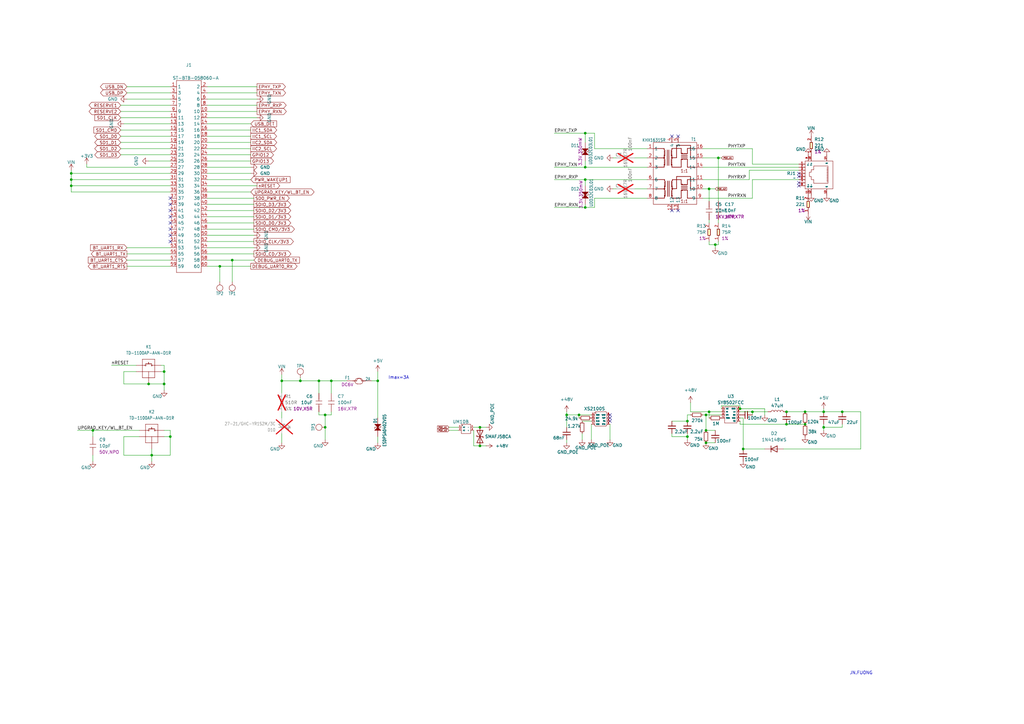
<source format=kicad_sch>
(kicad_sch (version 20231120) (generator "eeschema") (generator_version "8.0")
  (paper "A3")
  (lib_symbols
    (symbol "Connector:R-RJ45S08P-C000"
      (property "Reference" "RJ1" (at 5.0799 -15.24 90))
      (property "Value" "~" (at 6.985 -15.24 90))
      (symbol "R-RJ45S08P-C000_1_1"
        (pin free line (at 1.27 -13.97 90) (length 2.54) (name "") (number "1"))
        (pin free line (at -2.54 -8.89 0) (length 2.54) (name "Y+") (number "10"))
        (pin free line (at 13.97 -10.16 180) (length 2.54) (name "G+") (number "11"))
        (pin free line (at 13.97 -8.89 180) (length 2.54) (name "G-") (number "12"))
        (pin free line (at 13.97 -2.54 180) (length 2.54) (name "S") (number "13"))
        (pin free line (at -2.54 -2.54 0) (length 2.54) (name "S") (number "14"))
        (pin free line (at 2.54 -13.97 90) (length 2.54) (name "") (number "2"))
        (pin free line (at 3.81 -13.97 90) (length 2.54) (name "") (number "3"))
        (pin free line (at 5.08 -13.97 90) (length 2.54) (name "") (number "4"))
        (pin free line (at 6.35 -13.97 90) (length 2.54) (name "") (number "5"))
        (pin free line (at 7.62 -13.97 90) (length 2.54) (name "") (number "6"))
        (pin free line (at 8.89 -13.97 90) (length 2.54) (name "") (number "7"))
        (pin free line (at 10.16 -13.97 90) (length 2.54) (name "") (number "8"))
        (pin free line (at -2.54 -10.16 0) (length 2.54) (name "Y-") (number "9"))
      )
    )
    (symbol "Device:C_Small" (pin_numbers hide) (pin_names (offset 0.254) hide)
      (property "Reference" "C" (at 0.254 1.778 0))
      (property "Value" "C_Small" (at 0.254 -2.032 0))
      (symbol "C_Small_1_1"
        (pin passive line (at 0 2.54 270) (length 2.032) (name "~") (number "1"))
        (pin passive line (at 0 -2.54 90) (length 2.032) (name "~") (number "2"))
      )
    )
    (symbol "Device:L" (pin_numbers hide) (pin_names (offset 1.016) hide)
      (property "Reference" "L" (at -1.27 0 90))
      (property "Value" "L" (at 1.905 0 90))
      (symbol "L_1_1"
        (pin passive line (at 0 3.81 270) (length 1.27) (name "1") (number "1"))
        (pin passive line (at 0 -3.81 90) (length 1.27) (name "2") (number "2"))
      )
    )
    (symbol "Device:R_Small" (pin_numbers hide) (pin_names (offset 0.254) hide)
      (property "Reference" "R" (at 0.762 0.508 0))
      (property "Value" "R_Small" (at 0.762 -1.016 0))
      (symbol "R_Small_1_1"
        (pin passive line (at 0 2.54 270) (length 0.762) (name "~") (number "1"))
        (pin passive line (at 0 -2.54 90) (length 0.762) (name "~") (number "2"))
      )
    )
    (symbol "Diode:1N4148WS" (pin_numbers hide) (pin_names hide)
      (property "Reference" "D" (at 0 2.54 0))
      (property "Value" "1N4148WS" (at 0 -2.54 0))
      (symbol "1N4148WS_1_1"
        (pin passive line (at -3.81 0 0) (length 2.54) (name "K") (number "1"))
        (pin passive line (at 3.81 0 180) (length 2.54) (name "A") (number "2"))
      )
    )
    (symbol "Diode:SMAFJ58CA" (pin_numbers hide) (pin_names (offset 1.016) hide)
      (property "Reference" "D" (at -4.318 3.048 0))
      (property "Value" "SMAFJ58CA" (at 7.874 3.048 0))
      (symbol "SMAFJ58CA_1_1"
        (pin passive line (at -3.81 0 0) (length 2.54) (name "A1") (number "1"))
        (pin passive line (at 3.81 0 180) (length 2.54) (name "A2") (number "2"))
      )
    )
    (symbol "P & G:+3V3" (power) (pin_names (offset 0))
      (property "Value" "+3V3" (at 0 3.556 0))
      (symbol "+3V3_1_1"
        (pin power_in line (at 0 0 90) (length 0) hide (name "+3V3") (number "1"))
      )
    )
    (symbol "P & G:+5V" (power) (pin_names (offset 0))
      (property "Value" "+5V" (at 0 3.556 0))
      (symbol "+5V_1_1"
        (pin power_in line (at 0 0 90) (length 0) hide (name "+5V") (number "1"))
      )
    )
    (symbol "P & G:GND" (power) (pin_names (offset 0))
      (property "Value" "GND" (at 0 -3.81 0))
      (symbol "GND_1_1"
        (pin power_in line (at 0 0 270) (length 0) hide (name "GND") (number "1"))
      )
    )
    (symbol "Switch/311990111_1"
      (property "Reference" "K" (at -2.54 5.08 0))
      (property "Value" "TD-1100AP-A4N-D1R" (at -2.54 3.81 0))
      (symbol "Switch/311990111_1_1_0"
        (pin passive line (at -5.08 1.27 0) (length 2.54) (name "1") (number "1"))
        (pin passive line (at 5.08 1.27 180) (length 2.54) (name "2") (number "2"))
        (pin passive line (at -5.08 -1.27 0) (length 2.54) (name "S1") (number "S1"))
        (pin passive line (at 0 -6.35 90) (length 2.54) (name "S2") (number "S2"))
        (pin passive line (at 5.08 -1.27 180) (length 2.54) (name "S3") (number "S3"))
      )
    )
    (symbol "UM10B:SY8502FCC"
      (property "Reference" "U" (at -0.508 0.762 0))
      (property "Value" "SY8502FCC" (at 6.604 0.762 0))
      (symbol "SY8502FCC_1_1"
        (pin input line (at -1.27 -1.27 0) (length 1.27) (name "NC") (number "1"))
        (pin input line (at -1.27 -2.54 0) (length 1.27) (name "IN") (number "2"))
        (pin input line (at -1.27 -3.81 0) (length 1.27) (name "EN") (number "3"))
        (pin input line (at -1.27 -5.08 0) (length 1.27) (name "RON") (number "4"))
        (pin input line (at 6.35 -6.35 180) (length 1.27) (name "FB") (number "5"))
        (pin output line (at 6.35 -5.08 180) (length 1.27) (name "VCC") (number "6"))
        (pin output line (at 6.35 -3.81 180) (length 1.27) (name "BS") (number "7"))
        (pin input line (at 6.35 -2.54 180) (length 1.27) (name "LX") (number "8"))
        (pin input line (at 6.35 -1.27 180) (length 1.27) (name "GND") (number "9"))
      )
    )
    (symbol "UM10B:UM10B"
      (property "Value" "UM10B" (at -0.254 1.016 0))
      (symbol "UM10B_1_1"
        (pin input line (at -1.27 -1.27 0) (length 1.27) (name "AC") (number "1"))
        (pin input line (at -1.27 -2.54 0) (length 1.27) (name "AC") (number "2"))
        (pin output line (at 5.08 -2.54 180) (length 1.27) (name "+") (number "3"))
        (pin free line (at 5.08 -1.27 180) (length 1.27) (name "-") (number "4"))
      )
    )
    (symbol "UM10B:XS2100S"
      (property "Reference" "U" (at -0.508 0.762 0))
      (symbol "XS2100S_1_1"
        (pin input line (at -1.27 -1.27 0) (length 1.27) (name "VDD") (number "1"))
        (pin input line (at -1.27 -2.54 0) (length 1.27) (name "DET") (number "2"))
        (pin input line (at -1.27 -3.81 0) (length 1.27) (name "CLS") (number "3"))
        (pin input line (at -1.27 -5.08 0) (length 1.27) (name "VSS") (number "4"))
        (pin input line (at 6.35 -5.08 180) (length 1.27) (name "RTN") (number "5"))
        (pin output line (at 6.35 -3.81 180) (length 1.27) (name "PG") (number "6"))
        (pin output line (at 6.35 -2.54 180) (length 1.27) (name "T2P") (number "7"))
        (pin output line (at 6.35 -1.27 180) (length 1.27) (name "WAD") (number "8"))
      )
    )
    (symbol "libdb:Capacitors/302010001" (pin_numbers hide) (pin_names hide)
      (property "Reference" "C" (at 3.175 0 0))
      (property "Value" "10pF" (at 5.715 -1.905 0))
      (property "Voltage Rating" "50V,NPO" (at 0 0 0))
      (symbol "Capacitors/302010001_1_1"
        (pin passive line (at 0 3.81 270) (length 2.54) (name "1") (number "1"))
        (pin passive line (at 0 -3.81 90) (length 2.54) (name "2") (number "2"))
      )
    )
    (symbol "libdb:Capacitors/302010004" (pin_numbers hide) (pin_names hide)
      (property "Reference" "C" (at 3.175 0 0))
      (property "Value" "100nF" (at 5.715 -1.905 0))
      (property "Voltage Rating" "16V,X7R" (at 0 0 0))
      (symbol "Capacitors/302010004_1_1"
        (pin passive line (at 0 3.81 270) (length 2.54) (name "1") (number "1"))
        (pin passive line (at 0 -3.81 90) (length 2.54) (name "2") (number "2"))
      )
    )
    (symbol "libdb:Capacitors/302010103" (pin_numbers hide) (pin_names hide)
      (property "Reference" "C" (at 3.175 0 0))
      (property "Value" "10uF" (at 5.715 -1.905 0))
      (property "Voltage Rating" "10V,X5R" (at 0 0 0))
      (symbol "Capacitors/302010103_1_1"
        (pin passive line (at 0 3.81 270) (length 2.54) (name "1") (number "1"))
        (pin passive line (at 0 -3.81 90) (length 2.54) (name "2") (number "2"))
      )
    )
    (symbol "libdb:Capacitors/302010189" (pin_numbers hide) (pin_names hide)
      (property "Reference" "C" (at 3.175 0 0))
      (property "Value" "1nF" (at 5.715 -1.905 0))
      (property "Voltage Rating" "1KV,X7R" (at 0 0 0))
      (symbol "Capacitors/302010189_1_1"
        (pin passive line (at 0 3.81 270) (length 2.54) (name "1") (number "1"))
        (pin passive line (at 0 -3.81 90) (length 2.54) (name "2") (number "2"))
      )
    )
    (symbol "libdb:Connector/ST-BTB-058060-A"
      (property "Reference" "J" (at -4.826 42.164 0))
      (property "Value" "ST-BTB-058060-A" (at -2.794 40.386 0))
      (symbol "Connector/ST-BTB-058060-A_1_0"
        (pin passive line (at 7.62 -26.67 180) (length 2.54) (name "51") (number "51"))
        (pin passive line (at -7.62 -26.67 0) (length 2.54) (name "52") (number "52"))
        (pin passive line (at 7.62 -29.21 180) (length 2.54) (name "53") (number "53"))
        (pin passive line (at -7.62 -29.21 0) (length 2.54) (name "54") (number "54"))
        (pin passive line (at 7.62 -31.75 180) (length 2.54) (name "55") (number "55"))
        (pin passive line (at -7.62 -31.75 0) (length 2.54) (name "56") (number "56"))
        (pin passive line (at 7.62 -34.29 180) (length 2.54) (name "57") (number "57"))
        (pin passive line (at -7.62 -34.29 0) (length 2.54) (name "58") (number "58"))
        (pin passive line (at 7.62 -36.83 180) (length 2.54) (name "59") (number "59"))
        (pin passive line (at -7.62 -36.83 0) (length 2.54) (name "60") (number "60"))
      )
      (symbol "Connector/ST-BTB-058060-A_1_1"
        (pin passive line (at 7.62 36.83 180) (length 2.54) (name "1") (number "1"))
        (pin passive line (at -7.62 26.67 0) (length 2.54) (name "10") (number "10"))
        (pin passive line (at 7.62 24.13 180) (length 2.54) (name "11") (number "11"))
        (pin passive line (at -7.62 24.13 0) (length 2.54) (name "12") (number "12"))
        (pin passive line (at 7.62 21.59 180) (length 2.54) (name "13") (number "13"))
        (pin passive line (at -7.62 21.59 0) (length 2.54) (name "14") (number "14"))
        (pin passive line (at 7.62 19.05 180) (length 2.54) (name "15") (number "15"))
        (pin passive line (at -7.62 19.05 0) (length 2.54) (name "16") (number "16"))
        (pin passive line (at 7.62 16.51 180) (length 2.54) (name "17") (number "17"))
        (pin passive line (at -7.62 16.51 0) (length 2.54) (name "18") (number "18"))
        (pin passive line (at 7.62 13.97 180) (length 2.54) (name "19") (number "19"))
        (pin passive line (at -7.62 36.83 0) (length 2.54) (name "2") (number "2"))
        (pin passive line (at -7.62 13.97 0) (length 2.54) (name "20") (number "20"))
        (pin passive line (at 7.62 11.43 180) (length 2.54) (name "21") (number "21"))
        (pin passive line (at -7.62 11.43 0) (length 2.54) (name "22") (number "22"))
        (pin passive line (at 7.62 8.89 180) (length 2.54) (name "23") (number "23"))
        (pin passive line (at -7.62 8.89 0) (length 2.54) (name "24") (number "24"))
        (pin passive line (at 7.62 6.35 180) (length 2.54) (name "25") (number "25"))
        (pin passive line (at -7.62 6.35 0) (length 2.54) (name "26") (number "26"))
        (pin passive line (at 7.62 3.81 180) (length 2.54) (name "27") (number "27"))
        (pin passive line (at -7.62 3.81 0) (length 2.54) (name "28") (number "28"))
        (pin passive line (at 7.62 1.27 180) (length 2.54) (name "29") (number "29"))
        (pin passive line (at 7.62 34.29 180) (length 2.54) (name "3") (number "3"))
        (pin passive line (at -7.62 1.27 0) (length 2.54) (name "30") (number "30"))
        (pin passive line (at 7.62 -1.27 180) (length 2.54) (name "31") (number "31"))
        (pin passive line (at -7.62 -1.27 0) (length 2.54) (name "32") (number "32"))
        (pin passive line (at 7.62 -3.81 180) (length 2.54) (name "33") (number "33"))
        (pin passive line (at -7.62 -3.81 0) (length 2.54) (name "34") (number "34"))
        (pin passive line (at 7.62 -6.35 180) (length 2.54) (name "35") (number "35"))
        (pin passive line (at -7.62 -6.35 0) (length 2.54) (name "36") (number "36"))
        (pin passive line (at 7.62 -8.89 180) (length 2.54) (name "37") (number "37"))
        (pin passive line (at -7.62 -8.89 0) (length 2.54) (name "38") (number "38"))
        (pin passive line (at 7.62 -11.43 180) (length 2.54) (name "39") (number "39"))
        (pin passive line (at -7.62 34.29 0) (length 2.54) (name "4") (number "4"))
        (pin passive line (at -7.62 -11.43 0) (length 2.54) (name "40") (number "40"))
        (pin passive line (at 7.62 -13.97 180) (length 2.54) (name "41") (number "41"))
        (pin passive line (at -7.62 -13.97 0) (length 2.54) (name "42") (number "42"))
        (pin passive line (at 7.62 -16.51 180) (length 2.54) (name "43") (number "43"))
        (pin passive line (at -7.62 -16.51 0) (length 2.54) (name "44") (number "44"))
        (pin passive line (at 7.62 -19.05 180) (length 2.54) (name "45") (number "45"))
        (pin passive line (at -7.62 -19.05 0) (length 2.54) (name "46") (number "46"))
        (pin passive line (at 7.62 -21.59 180) (length 2.54) (name "47") (number "47"))
        (pin passive line (at -7.62 -21.59 0) (length 2.54) (name "48") (number "48"))
        (pin passive line (at 7.62 -24.13 180) (length 2.54) (name "49") (number "49"))
        (pin passive line (at 7.62 31.75 180) (length 2.54) (name "5") (number "5"))
        (pin passive line (at -7.62 -24.13 0) (length 2.54) (name "50") (number "50"))
        (pin passive line (at -7.62 31.75 0) (length 2.54) (name "6") (number "6"))
        (pin passive line (at 7.62 29.21 180) (length 2.54) (name "7") (number "7"))
        (pin passive line (at -7.62 29.21 0) (length 2.54) (name "8") (number "8"))
        (pin passive line (at 7.62 26.67 180) (length 2.54) (name "9") (number "9"))
      )
    )
    (symbol "libdb:Diode/304060074"
      (property "Reference" "D" (at -1.905 1.27 0))
      (property "Value" "ESDPSA0402V05" (at 1.27 1.27 0))
      (symbol "Diode/304060074_1_0"
        (pin passive line (at -3.81 0 0) (length 2.54) (name "1") (number "1"))
        (pin passive line (at 3.81 0 180) (length 2.54) (name "2") (number "2"))
      )
    )
    (symbol "libdb:Diode/304060354"
      (property "Reference" "D" (at -1.905 1.27 0))
      (property "Value" "UDD32C03L01" (at 1.27 1.27 0))
      (property "Rating" "3.3V,350mW" (at 0 0 0))
      (symbol "Diode/304060354_1_0"
        (pin passive line (at -3.81 0 0) (length 2.54) (name "1") (number "1"))
        (pin passive line (at 3.81 0 180) (length 2.54) (name "2") (number "2"))
      )
    )
    (symbol "libdb:Diode/304090030"
      (property "Reference" "D" (at -2.032 1.016 0))
      (property "Value" "27-21/GHC-YR1S2M/3C" (at 1.397 0.889 0))
      (symbol "Diode/304090030_1_0"
        (pin passive line (at -2.54 0 0) (length 2.54) (name "+") (number "1"))
        (pin passive line (at 3.81 0 180) (length 2.54) (name "-") (number "2"))
      )
    )
    (symbol "libdb:Fuse/307010043"
      (property "Reference" "F" (at -3.81 0.635 0))
      (property "Value" "2A" (at 0.635 0.635 0))
      (property "Rating" "DC6V" (at 0 0 0))
      (symbol "Fuse/307010043_1_0"
        (pin passive line (at -5.08 0 0) (length 2.54) (name "1") (number "1"))
        (pin passive line (at 5.08 0 180) (length 2.54) (name "2") (number "2"))
      )
    )
    (symbol "libdb:Misc/KHX1631SR"
      (property "Reference" "T" (at -8.89 14.732 0))
      (property "Value" "KHX1631SR" (at -8.89 12.954 0))
      (symbol "Misc/KHX1631SR_1_0"
        (pin passive line (at -11.43 10.16 0) (length 2.54) (name "1") (number "1"))
        (pin passive line (at 11.43 -6.35 180) (length 2.54) (name "10") (number "10"))
        (pin passive line (at 11.43 -2.54 180) (length 2.54) (name "11") (number "11"))
        (pin passive line (at -1.27 -15.24 90) (length 2.54) (name "12") (number "12"))
        (pin passive line (at 1.27 -15.24 90) (length 2.54) (name "13") (number "13"))
        (pin passive line (at 11.43 2.54 180) (length 2.54) (name "14") (number "14"))
        (pin passive line (at 11.43 6.35 180) (length 2.54) (name "15") (number "15"))
        (pin passive line (at 11.43 10.16 180) (length 2.54) (name "16") (number "16"))
        (pin passive line (at -11.43 6.35 0) (length 2.54) (name "2") (number "2"))
        (pin passive line (at -11.43 2.54 0) (length 2.54) (name "3") (number "3"))
        (pin passive line (at -1.27 15.24 270) (length 2.54) (name "4") (number "4"))
        (pin passive line (at 1.27 15.24 270) (length 2.54) (name "5") (number "5"))
        (pin passive line (at -11.43 -2.54 0) (length 2.54) (name "6") (number "6"))
        (pin passive line (at -11.43 -6.35 0) (length 2.54) (name "7") (number "7"))
        (pin passive line (at -11.43 -10.16 0) (length 2.54) (name "8") (number "8"))
        (pin passive line (at 11.43 -10.16 180) (length 2.54) (name "9") (number "9"))
      )
      (symbol "Misc/KHX1631SR_1_1"
        (text "1:1" (at 3.81 -11.43 0) (effects (font (size 1.27 1.27))))
        (text "1:1" (at 3.81 1.016 0) (effects (font (size 1.27 1.27))))
      )
    )
    (symbol "libdb:Misc/TP35C_SMD"
      (property "Reference" "TP" (at -2.54 0 0))
      (property "Value" "Test Point" (at 5.08 0 0))
      (symbol "Misc/TP35C_SMD_1_0"
        (pin passive line (at -2.54 0 0) (length 0) (name "T") (number "1"))
      )
    )
    (symbol "libdb:Resistors/301010050" (pin_names (offset 1.016))
      (property "Reference" "R" (at -1.905 0.635 0))
      (property "Value" "510R" (at 0.635 0.635 0))
      (property "Power Rating" "5%" (at 0 0 0))
      (symbol "Resistors/301010050_0_0"
        (pin passive line (at -3.81 0 0) (length 2.54) (name "~") (number "1"))
        (pin passive line (at 3.81 0 180) (length 2.54) (name "~") (number "2"))
      )
    )
    (symbol "libdb:Resistors/301010269" (pin_names (offset 1.016))
      (property "Reference" "R" (at -1.905 0.635 0))
      (property "Value" "75R" (at 0.635 0.635 0))
      (property "Power Rating" "1%" (at 0 0 0))
      (symbol "Resistors/301010269_0_0"
        (pin passive line (at -3.81 0 0) (length 2.54) (name "~") (number "1"))
        (pin passive line (at 3.81 0 180) (length 2.54) (name "~") (number "2"))
      )
    )
    (symbol "libdb:Switch/311990111"
      (property "Reference" "K" (at -2.54 5.08 0))
      (property "Value" "TD-1100AP-A4N-D1R" (at -2.54 3.81 0))
      (symbol "Switch/311990111_1_0"
        (pin passive line (at -5.08 1.27 0) (length 2.54) (name "1") (number "1"))
        (pin passive line (at 5.08 1.27 180) (length 2.54) (name "2") (number "2"))
        (pin passive line (at -5.08 -1.27 0) (length 2.54) (name "S1") (number "S1"))
        (pin passive line (at 0 -6.35 90) (length 2.54) (name "S2") (number "S2"))
        (pin passive line (at 5.08 -1.27 180) (length 2.54) (name "S3") (number "S3"))
      )
    )
    (symbol "power:+48V" (power) (pin_numbers hide) (pin_names (offset 0) hide)
      (property "Value" "+48V" (at 0 3.556 0))
      (symbol "+48V_1_1"
        (pin power_in line (at 0 0 90) (length 0) (name "~") (number "1"))
      )
    )
  )
  (junction (at 133.35 175.26))
  (junction (at 281.94 172.72))
  (junction (at 60.96 157.48))
  (junction (at 196.85 182.88))
  (junction (at 67.31 152.4))
  (junction (at 290.83 77.47))
  (junction (at 240.03 68.58))
  (junction (at 196.85 175.26))
  (junction (at 289.56 176.53))
  (junction (at 289.56 181.61))
  (junction (at 38.1 176.53))
  (junction (at 29.21 71.12))
  (junction (at 345.44 168.91))
  (junction (at 330.2 168.91))
  (junction (at 322.58 168.91))
  (junction (at 294.64 64.77))
  (junction (at 232.41 170.18))
  (junction (at 337.82 175.26))
  (junction (at 337.82 168.91))
  (junction (at 237.49 170.18))
  (junction (at 308.61 168.91))
  (junction (at 67.31 157.48))
  (junction (at 123.19 156.21))
  (junction (at 130.81 156.21))
  (junction (at 330.2 173.99))
  (junction (at 240.03 73.66))
  (junction (at 90.17 109.22))
  (junction (at 62.23 186.69))
  (junction (at 154.94 156.21))
  (junction (at 133.35 170.18))
  (junction (at 289.56 170.18))
  (junction (at 29.21 73.66))
  (junction (at 304.8 184.15))
  (junction (at 29.21 76.2))
  (junction (at 293.37 100.33))
  (junction (at 290.83 168.91))
  (junction (at 115.57 156.21))
  (junction (at 69.85 179.07))
  (junction (at 240.03 54.61))
  (junction (at 95.25 106.68))
  (junction (at 322.58 173.99))
  (junction (at 303.53 167.64))
  (junction (at 135.89 156.21))
  (junction (at 240.03 85.09))
  (junction (at 281.94 179.07))
  (no_connect (at 275.59 86.36))
  (no_connect (at 69.85 81.28))
  (no_connect (at 69.85 93.98))
  (no_connect (at 327.66 71.12))
  (no_connect (at 250.19 172.72))
  (no_connect (at 69.85 86.36))
  (no_connect (at 327.66 74.93))
  (no_connect (at 250.19 170.18))
  (no_connect (at 275.59 55.88))
  (no_connect (at 278.13 55.88))
  (no_connect (at 327.66 72.39))
  (no_connect (at 69.85 83.82))
  (no_connect (at 69.85 91.44))
  (no_connect (at 250.19 171.45))
  (no_connect (at 278.13 86.36))
  (no_connect (at 69.85 88.9))
  (no_connect (at 327.66 76.2))
  (no_connect (at 69.85 99.06))
  (no_connect (at 69.85 96.52))
  (wire (pts (xy 281.94 180.34) (xy 281.94 179.07)))
  (wire (pts (xy 29.21 71.12) (xy 29.21 73.66)))
  (wire (pts (xy 307.34 73.66) (xy 307.34 69.85)))
  (wire (pts (xy 240.03 54.61) (xy 240.03 58.42)))
  (wire (pts (xy 232.41 168.91) (xy 232.41 170.18)))
  (wire (pts (xy 243.84 54.61) (xy 243.84 60.96)))
  (wire (pts (xy 104.14 93.98) (xy 85.09 93.98)))
  (wire (pts (xy 275.59 179.07) (xy 275.59 177.8)))
  (wire (pts (xy 154.94 179.07) (xy 154.94 181.61)))
  (wire (pts (xy 308.61 67.31) (xy 327.66 67.31)))
  (wire (pts (xy 90.17 109.22) (xy 102.87 109.22)))
  (wire (pts (xy 50.8 186.69) (xy 62.23 186.69)))
  (wire (pts (xy 243.84 81.28) (xy 265.43 81.28)))
  (wire (pts (xy 38.1 176.53) (xy 38.1 179.07)))
  (wire (pts (xy 123.19 156.21) (xy 123.19 154.94)))
  (wire (pts (xy 288.29 64.77) (xy 294.64 64.77)))
  (wire (pts (xy 290.83 90.17) (xy 290.83 91.44)))
  (wire (pts (xy 85.09 71.12) (xy 102.87 71.12)))
  (wire (pts (xy 104.14 91.44) (xy 85.09 91.44)))
  (wire (pts (xy 49.53 45.72) (xy 69.85 45.72)))
  (wire (pts (xy 237.49 170.18) (xy 237.49 171.45)))
  (wire (pts (xy 135.89 156.21) (xy 135.89 161.29)))
  (wire (pts (xy 288.29 68.58) (xy 327.66 68.58)))
  (wire (pts (xy 38.1 186.69) (xy 38.1 189.23)))
  (wire (pts (xy 67.31 149.86) (xy 67.31 152.4)))
  (wire (pts (xy 232.41 170.18) (xy 237.49 170.18)))
  (wire (pts (xy 55.88 152.4) (xy 50.8 152.4)))
  (wire (pts (xy 133.35 175.26) (xy 133.35 180.34)))
  (wire (pts (xy 322.58 168.91) (xy 330.2 168.91)))
  (wire (pts (xy 275.59 179.07) (xy 281.94 179.07)))
  (wire (pts (xy 115.57 168.91) (xy 115.57 171.45)))
  (wire (pts (xy 152.4 156.21) (xy 154.94 156.21)))
  (wire (pts (xy 243.84 60.96) (xy 265.43 60.96)))
  (wire (pts (xy 308.61 168.91) (xy 308.61 170.18)))
  (wire (pts (xy 242.57 180.34) (xy 242.57 173.99)))
  (wire (pts (xy 154.94 152.4) (xy 154.94 156.21)))
  (wire (pts (xy 95.25 106.68) (xy 95.25 115.57)))
  (wire (pts (xy 289.56 170.18) (xy 295.91 170.18)))
  (wire (pts (xy 337.82 175.26) (xy 345.44 175.26)))
  (wire (pts (xy 232.41 181.61) (xy 232.41 180.34)))
  (wire (pts (xy 294.64 64.77) (xy 295.91 64.77)))
  (wire (pts (xy 194.31 175.26) (xy 196.85 175.26)))
  (wire (pts (xy 240.03 73.66) (xy 240.03 76.2)))
  (wire (pts (xy 62.23 186.69) (xy 62.23 184.15)))
  (wire (pts (xy 67.31 179.07) (xy 69.85 179.07)))
  (wire (pts (xy 50.8 152.4) (xy 50.8 157.48)))
  (wire (pts (xy 105.41 35.56) (xy 85.09 35.56)))
  (wire (pts (xy 104.14 88.9) (xy 85.09 88.9)))
  (wire (pts (xy 196.85 182.88) (xy 199.39 182.88)))
  (wire (pts (xy 260.35 77.47) (xy 265.43 77.47)))
  (wire (pts (xy 105.41 43.18) (xy 85.09 43.18)))
  (wire (pts (xy 293.37 100.33) (xy 294.64 100.33)))
  (wire (pts (xy 102.87 73.66) (xy 85.09 73.66)))
  (wire (pts (xy 52.07 38.1) (xy 69.85 38.1)))
  (wire (pts (xy 283.21 165.1) (xy 283.21 168.91)))
  (wire (pts (xy 321.31 184.15) (xy 353.06 184.15)))
  (wire (pts (xy 104.14 86.36) (xy 85.09 86.36)))
  (wire (pts (xy 85.09 109.22) (xy 90.17 109.22)))
  (wire (pts (xy 104.14 83.82) (xy 85.09 83.82)))
  (wire (pts (xy 29.21 71.12) (xy 69.85 71.12)))
  (wire (pts (xy 102.87 58.42) (xy 85.09 58.42)))
  (wire (pts (xy 90.17 109.22) (xy 90.17 115.57)))
  (wire (pts (xy 290.83 99.06) (xy 290.83 100.33)))
  (wire (pts (xy 345.44 168.91) (xy 353.06 168.91)))
  (wire (pts (xy 154.94 156.21) (xy 154.94 171.45)))
  (wire (pts (xy 238.76 180.34) (xy 238.76 177.8)))
  (wire (pts (xy 31.75 176.53) (xy 38.1 176.53)))
  (wire (pts (xy 337.82 167.64) (xy 337.82 168.91)))
  (wire (pts (xy 123.19 156.21) (xy 130.81 156.21)))
  (wire (pts (xy 67.31 157.48) (xy 67.31 152.4)))
  (wire (pts (xy 50.8 179.07) (xy 50.8 186.69)))
  (wire (pts (xy 62.23 186.69) (xy 62.23 189.23)))
  (wire (pts (xy 57.15 179.07) (xy 50.8 179.07)))
  (wire (pts (xy 29.21 73.66) (xy 69.85 73.66)))
  (wire (pts (xy 60.96 157.48) (xy 67.31 157.48)))
  (wire (pts (xy 240.03 66.04) (xy 240.03 68.58)))
  (wire (pts (xy 295.91 167.64) (xy 295.91 166.37)))
  (wire (pts (xy 102.87 53.34) (xy 85.09 53.34)))
  (wire (pts (xy 303.53 167.64) (xy 313.69 167.64)))
  (wire (pts (xy 38.1 176.53) (xy 57.15 176.53)))
  (wire (pts (xy 313.69 167.64) (xy 313.69 170.18)))
  (wire (pts (xy 337.82 176.53) (xy 337.82 175.26)))
  (wire (pts (xy 303.53 171.45) (xy 304.8 171.45)))
  (wire (pts (xy 281.94 170.18) (xy 281.94 172.72)))
  (wire (pts (xy 250.19 180.34) (xy 250.19 173.99)))
  (wire (pts (xy 240.03 83.82) (xy 240.03 85.09)))
  (wire (pts (xy 67.31 152.4) (xy 66.04 152.4)))
  (wire (pts (xy 133.35 170.18) (xy 135.89 170.18)))
  (wire (pts (xy 289.56 176.53) (xy 293.37 176.53)))
  (wire (pts (xy 227.33 68.58) (xy 240.03 68.58)))
  (wire (pts (xy 85.09 66.04) (xy 102.87 66.04)))
  (wire (pts (xy 304.8 171.45) (xy 304.8 184.15)))
  (wire (pts (xy 104.14 81.28) (xy 85.09 81.28)))
  (wire (pts (xy 29.21 69.85) (xy 29.21 71.12)))
  (wire (pts (xy 293.37 101.6) (xy 293.37 100.33)))
  (wire (pts (xy 105.41 40.64) (xy 85.09 40.64)))
  (wire (pts (xy 307.34 69.85) (xy 327.66 69.85)))
  (wire (pts (xy 288.29 81.28) (xy 308.61 81.28)))
  (wire (pts (xy 67.31 157.48) (xy 67.31 160.02)))
  (wire (pts (xy 232.41 170.18) (xy 232.41 175.26)))
  (wire (pts (xy 290.83 77.47) (xy 293.37 77.47)))
  (wire (pts (xy 281.94 179.07) (xy 281.94 177.8)))
  (wire (pts (xy 35.56 67.31) (xy 35.56 68.58)))
  (wire (pts (xy 288.29 73.66) (xy 307.34 73.66)))
  (wire (pts (xy 337.82 175.26) (xy 337.82 173.99)))
  (wire (pts (xy 85.09 68.58) (xy 102.87 68.58)))
  (wire (pts (xy 130.81 168.91) (xy 130.81 170.18)))
  (wire (pts (xy 308.61 73.66) (xy 308.61 81.28)))
  (wire (pts (xy 345.44 173.99) (xy 345.44 175.26)))
  (wire (pts (xy 95.25 106.68) (xy 104.14 106.68)))
  (wire (pts (xy 135.89 170.18) (xy 135.89 168.91)))
  (wire (pts (xy 308.61 73.66) (xy 327.66 73.66)))
  (wire (pts (xy 283.21 168.91) (xy 290.83 168.91)))
  (wire (pts (xy 290.83 82.55) (xy 290.83 77.47)))
  (wire (pts (xy 67.31 176.53) (xy 69.85 176.53)))
  (wire (pts (xy 49.53 58.42) (xy 69.85 58.42)))
  (wire (pts (xy 69.85 186.69) (xy 62.23 186.69)))
  (wire (pts (xy 52.07 106.68) (xy 69.85 106.68)))
  (wire (pts (xy 184.15 175.26) (xy 187.96 175.26)))
  (wire (pts (xy 69.85 176.53) (xy 69.85 179.07)))
  (wire (pts (xy 294.64 91.44) (xy 294.64 90.17)))
  (wire (pts (xy 290.83 168.91) (xy 295.91 168.91)))
  (wire (pts (xy 288.29 170.18) (xy 289.56 170.18)))
  (wire (pts (xy 314.96 168.91) (xy 308.61 168.91)))
  (wire (pts (xy 238.76 172.72) (xy 242.57 172.72)))
  (wire (pts (xy 49.53 55.88) (xy 69.85 55.88)))
  (wire (pts (xy 290.83 100.33) (xy 293.37 100.33)))
  (wire (pts (xy 105.41 38.1) (xy 85.09 38.1)))
  (wire (pts (xy 304.8 184.15) (xy 313.69 184.15)))
  (wire (pts (xy 105.41 76.2) (xy 85.09 76.2)))
  (wire (pts (xy 303.53 166.37) (xy 303.53 167.64)))
  (wire (pts (xy 66.04 149.86) (xy 67.31 149.86)))
  (wire (pts (xy 194.31 182.88) (xy 196.85 182.88)))
  (wire (pts (xy 330.2 168.91) (xy 337.82 168.91)))
  (wire (pts (xy 102.87 60.96) (xy 85.09 60.96)))
  (wire (pts (xy 50.8 157.48) (xy 60.96 157.48)))
  (wire (pts (xy 102.87 55.88) (xy 85.09 55.88)))
  (wire (pts (xy 130.81 161.29) (xy 130.81 156.21)))
  (wire (pts (xy 69.85 179.07) (xy 69.85 186.69)))
  (wire (pts (xy 60.96 66.04) (xy 69.85 66.04)))
  (wire (pts (xy 240.03 73.66) (xy 265.43 73.66)))
  (wire (pts (xy 104.14 101.6) (xy 85.09 101.6)))
  (wire (pts (xy 52.07 35.56) (xy 69.85 35.56)))
  (wire (pts (xy 52.07 40.64) (xy 69.85 40.64)))
  (wire (pts (xy 275.59 172.72) (xy 281.94 172.72)))
  (wire (pts (xy 227.33 85.09) (xy 240.03 85.09)))
  (wire (pts (xy 237.49 170.18) (xy 242.57 170.18)))
  (wire (pts (xy 240.03 54.61) (xy 243.84 54.61)))
  (wire (pts (xy 243.84 85.09) (xy 243.84 81.28)))
  (wire (pts (xy 184.15 176.53) (xy 187.96 176.53)))
  (wire (pts (xy 85.09 106.68) (xy 95.25 106.68)))
  (wire (pts (xy 29.21 76.2) (xy 29.21 78.74)))
  (wire (pts (xy 289.56 170.18) (xy 289.56 176.53)))
  (wire (pts (xy 104.14 99.06) (xy 85.09 99.06)))
  (wire (pts (xy 251.46 77.47) (xy 252.73 77.47)))
  (wire (pts (xy 85.09 63.5) (xy 102.87 63.5)))
  (wire (pts (xy 308.61 60.96) (xy 308.61 67.31)))
  (wire (pts (xy 29.21 78.74) (xy 69.85 78.74)))
  (wire (pts (xy 105.41 48.26) (xy 85.09 48.26)))
  (wire (pts (xy 290.83 168.91) (xy 290.83 171.45)))
  (wire (pts (xy 289.56 181.61) (xy 293.37 181.61)))
  (wire (pts (xy 115.57 156.21) (xy 123.19 156.21)))
  (wire (pts (xy 294.64 100.33) (xy 294.64 99.06)))
  (wire (pts (xy 288.29 60.96) (xy 308.61 60.96)))
  (wire (pts (xy 288.29 77.47) (xy 290.83 77.47)))
  (wire (pts (xy 35.56 68.58) (xy 69.85 68.58)))
  (wire (pts (xy 322.58 173.99) (xy 330.2 173.99)))
  (wire (pts (xy 353.06 168.91) (xy 353.06 184.15)))
  (wire (pts (xy 294.64 82.55) (xy 294.64 64.77)))
  (wire (pts (xy 45.72 149.86) (xy 55.88 149.86)))
  (wire (pts (xy 295.91 166.37) (xy 303.53 166.37)))
  (wire (pts (xy 29.21 76.2) (xy 69.85 76.2)))
  (wire (pts (xy 130.81 156.21) (xy 135.89 156.21)))
  (wire (pts (xy 227.33 54.61) (xy 240.03 54.61)))
  (wire (pts (xy 281.94 170.18) (xy 283.21 170.18)))
  (wire (pts (xy 104.14 96.52) (xy 85.09 96.52)))
  (wire (pts (xy 194.31 182.88) (xy 194.31 176.53)))
  (wire (pts (xy 337.82 168.91) (xy 345.44 168.91)))
  (wire (pts (xy 240.03 85.09) (xy 243.84 85.09)))
  (wire (pts (xy 130.81 170.18) (xy 133.35 170.18)))
  (wire (pts (xy 227.33 73.66) (xy 240.03 73.66)))
  (wire (pts (xy 303.53 173.99) (xy 303.53 172.72)))
  (wire (pts (xy 49.53 60.96) (xy 69.85 60.96)))
  (wire (pts (xy 115.57 177.8) (xy 115.57 181.61)))
  (wire (pts (xy 135.89 156.21) (xy 142.24 156.21)))
  (wire (pts (xy 260.35 64.77) (xy 265.43 64.77)))
  (wire (pts (xy 102.87 50.8) (xy 85.09 50.8)))
  (wire (pts (xy 196.85 175.26) (xy 199.39 175.26)))
  (wire (pts (xy 251.46 64.77) (xy 252.73 64.77)))
  (wire (pts (xy 115.57 153.67) (xy 115.57 156.21)))
  (wire (pts (xy 102.87 78.74) (xy 85.09 78.74)))
  (wire (pts (xy 308.61 168.91) (xy 303.53 168.91)))
  (wire (pts (xy 52.07 101.6) (xy 69.85 101.6)))
  (wire (pts (xy 49.53 48.26) (xy 69.85 48.26)))
  (wire (pts (xy 29.21 73.66) (xy 29.21 76.2)))
  (wire (pts (xy 49.53 53.34) (xy 69.85 53.34)))
  (wire (pts (xy 105.41 45.72) (xy 85.09 45.72)))
  (wire (pts (xy 133.35 170.18) (xy 133.35 175.26)))
  (wire (pts (xy 52.07 104.14) (xy 69.85 104.14)))
  (wire (pts (xy 50.8 50.8) (xy 69.85 50.8)))
  (wire (pts (xy 69.85 43.18) (xy 49.53 43.18)))
  (wire (pts (xy 49.53 63.5) (xy 69.85 63.5)))
  (wire (pts (xy 115.57 156.21) (xy 115.57 161.29)))
  (wire (pts (xy 240.03 68.58) (xy 265.43 68.58)))
  (wire (pts (xy 104.14 104.14) (xy 85.09 104.14)))
  (wire (pts (xy 52.07 109.22) (xy 69.85 109.22)))
  (wire (pts (xy 303.53 173.99) (xy 322.58 173.99)))
  (text "JN.FUONG" (at 348.488 276.86 0) (effects (font (size 1.27 1.27)) (justify left bottom)))
  (text "Imax=3A\n" (at 159.258 155.702 0) (effects (font (size 1.27 1.27)) (justify left bottom)))
  (label "EPHY_RXP" (at 227.33 73.66 0))
  (label "PHYTXP" (at 298.45 60.96 0))
  (label "EPHY_TXN" (at 227.33 68.58 0))
  (label "PHYTXN" (at 298.45 68.58 0))
  (label "EPHY_TXP" (at 227.33 54.61 0))
  (label "PHYRXN" (at 298.45 81.28 0))
  (label "nRESET" (at 45.72 149.86 0))
  (label "PHYRXP" (at 298.45 73.66 0))
  (label "EPHY_RXN" (at 227.33 85.09 0))
  (label "UPGRAD_KEY{slash}WL_BT_EN" (at 31.75 176.53 0))
  (global_label "EPHY_RXP" (shape output) (at 105.41 43.18 0) (property "Intersheetrefs" "${INTERSHEET_REFS}" (effects (hide yes))))
  (global_label "IIC1_SCL" (shape output) (at 102.87 55.88 0) (property "Intersheetrefs" "${INTERSHEET_REFS}" (effects (hide yes))))
  (global_label "POE_A2" (shape input) (at 184.15 176.53 180) (effects (font (size 0.635 0.635))) (property "Intersheetrefs" "${INTERSHEET_REFS}" (effects (hide yes))))
  (global_label "IIC2_SCL" (shape output) (at 102.87 60.96 0) (property "Intersheetrefs" "${INTERSHEET_REFS}" (effects (hide yes))))
  (global_label "POE_A2" (shape input) (at 293.37 77.47 0) (effects (font (size 0.635 0.635))) (property "Intersheetrefs" "${INTERSHEET_REFS}" (effects (hide yes))))
  (global_label "IIC1_SDA" (shape output) (at 102.87 53.34 0) (property "Intersheetrefs" "${INTERSHEET_REFS}" (effects (hide yes))))
  (global_label "BT_UART1_RTS" (shape output) (at 52.07 109.22 180) (property "Intersheetrefs" "${INTERSHEET_REFS}" (effects (hide yes))))
  (global_label "BT_UART1_TX" (shape output) (at 52.07 104.14 180) (property "Intersheetrefs" "${INTERSHEET_REFS}" (effects (hide yes))))
  (global_label "USB_DN" (shape bidirectional) (at 52.07 35.56 180) (property "Intersheetrefs" "${INTERSHEET_REFS}" (effects (hide yes))))
  (global_label "SDIO_D3{slash}3V3" (shape output) (at 104.14 83.82 0) (property "Intersheetrefs" "${INTERSHEET_REFS}" (effects (hide yes))))
  (global_label "IIC2_SDA" (shape output) (at 102.87 58.42 0) (property "Intersheetrefs" "${INTERSHEET_REFS}" (effects (hide yes))))
  (global_label "nRESET" (shape output) (at 105.41 76.2 0) (property "Intersheetrefs" "${INTERSHEET_REFS}" (effects (hide yes))))
  (global_label "SD1_D3" (shape bidirectional) (at 49.53 63.5 180) (property "Intersheetrefs" "${INTERSHEET_REFS}" (effects (hide yes))))
  (global_label "SD0_PWR_EN" (shape output) (at 104.14 81.28 0) (property "Intersheetrefs" "${INTERSHEET_REFS}" (effects (hide yes))))
  (global_label "RESERVE1" (shape bidirectional) (at 49.53 43.18 180) (property "Intersheetrefs" "${INTERSHEET_REFS}" (effects (hide yes))))
  (global_label "POE_A1" (shape input) (at 184.15 175.26 180) (effects (font (size 0.635 0.635))) (property "Intersheetrefs" "${INTERSHEET_REFS}" (effects (hide yes))))
  (global_label "SDIO_CMD{slash}3V3" (shape output) (at 104.14 93.98 0) (property "Intersheetrefs" "${INTERSHEET_REFS}" (effects (hide yes))))
  (global_label "DEBUG_UART0_RX" (shape output) (at 102.87 109.22 0) (property "Intersheetrefs" "${INTERSHEET_REFS}" (effects (hide yes))))
  (global_label "GPIO13" (shape output) (at 102.87 66.04 0) (property "Intersheetrefs" "${INTERSHEET_REFS}" (effects (hide yes))))
  (global_label "SDIO_D1{slash}3V3" (shape output) (at 104.14 88.9 0) (property "Intersheetrefs" "${INTERSHEET_REFS}" (effects (hide yes))))
  (global_label "SDIO_CLK{slash}3V3" (shape output) (at 104.14 99.06 0) (property "Intersheetrefs" "${INTERSHEET_REFS}" (effects (hide yes))))
  (global_label "USB_DP" (shape bidirectional) (at 52.07 38.1 180) (property "Intersheetrefs" "${INTERSHEET_REFS}" (effects (hide yes))))
  (global_label "RESERVE2" (shape bidirectional) (at 49.53 45.72 180) (property "Intersheetrefs" "${INTERSHEET_REFS}" (effects (hide yes))))
  (global_label "USB_DET" (shape input) (at 102.87 50.8 0) (property "Intersheetrefs" "${INTERSHEET_REFS}" (effects (hide yes))))
  (global_label "SDIO_D0{slash}3V3" (shape output) (at 104.14 91.44 0) (property "Intersheetrefs" "${INTERSHEET_REFS}" (effects (hide yes))))
  (global_label "BT_UART1_RX" (shape input) (at 52.07 101.6 180) (property "Intersheetrefs" "${INTERSHEET_REFS}" (effects (hide yes))))
  (global_label "BT_UART1_CTS" (shape input) (at 52.07 106.68 180) (property "Intersheetrefs" "${INTERSHEET_REFS}" (effects (hide yes))))
  (global_label "SD1_D0" (shape bidirectional) (at 49.53 55.88 180) (property "Intersheetrefs" "${INTERSHEET_REFS}" (effects (hide yes))))
  (global_label "SDIO_CD{slash}3V3" (shape output) (at 104.14 104.14 0) (property "Intersheetrefs" "${INTERSHEET_REFS}" (effects (hide yes))))
  (global_label "SDIO_D2{slash}3V3" (shape output) (at 104.14 86.36 0) (property "Intersheetrefs" "${INTERSHEET_REFS}" (effects (hide yes))))
  (global_label "SD1_CMD" (shape input) (at 49.53 53.34 180) (property "Intersheetrefs" "${INTERSHEET_REFS}" (effects (hide yes))))
  (global_label "POE_A1" (shape input) (at 295.91 64.77 0) (effects (font (size 0.635 0.635))) (property "Intersheetrefs" "${INTERSHEET_REFS}" (effects (hide yes))))
  (global_label "DEBUG_UART0_TX" (shape input) (at 104.14 106.68 0) (property "Intersheetrefs" "${INTERSHEET_REFS}" (effects (hide yes))))
  (global_label "UPGRAD_KEY{slash}WL_BT_EN" (shape bidirectional) (at 102.87 78.74 0) (property "Intersheetrefs" "${INTERSHEET_REFS}" (effects (hide yes))))
  (global_label "EPHY_TXN" (shape output) (at 105.41 38.1 0) (property "Intersheetrefs" "${INTERSHEET_REFS}" (effects (hide yes))))
  (global_label "GPIO12" (shape output) (at 102.87 63.5 0) (property "Intersheetrefs" "${INTERSHEET_REFS}" (effects (hide yes))))
  (global_label "EPHY_TXP" (shape output) (at 105.41 35.56 0) (property "Intersheetrefs" "${INTERSHEET_REFS}" (effects (hide yes))))
  (global_label "SD1_CLK" (shape input) (at 49.53 48.26 180) (property "Intersheetrefs" "${INTERSHEET_REFS}" (effects (hide yes))))
  (global_label "PWR_WAKEUP1" (shape input) (at 102.87 73.66 0) (property "Intersheetrefs" "${INTERSHEET_REFS}" (effects (hide yes))))
  (global_label "SD1_D1" (shape bidirectional) (at 49.53 58.42 180) (property "Intersheetrefs" "${INTERSHEET_REFS}" (effects (hide yes))))
  (global_label "EPHY_RXN" (shape output) (at 105.41 45.72 0) (property "Intersheetrefs" "${INTERSHEET_REFS}" (effects (hide yes))))
  (global_label "SD1_D2" (shape bidirectional) (at 49.53 60.96 180) (property "Intersheetrefs" "${INTERSHEET_REFS}" (effects (hide yes))))
  (symbol (lib_id "P & G:GND") (at 250.19 180.34 0) (unit 1)
    (property "Reference" "#PWR015" (effects (hide yes)))
    (property "Value" "GND" (at 253.238 182.626 0))
  )
  (symbol (lib_id "P & G:GND") (at 293.37 101.6 0) (unit 1)
    (property "Reference" "#PWR026" (effects (hide yes)))
    (property "Value" "GND" (at 296.418 103.886 0))
  )
  (symbol (lib_id "libdb:Diode/304060074") (at 154.94 175.26 90) (mirror x) (unit 1)
    (property "Reference" "D1" (at 153.924 172.466 0) (effects (font (size 1.27 1.0795))))
    (property "Value" "ESDPSA0402V05" (at 157.734 176.53 0) (effects (font (size 1.27 1.0795))))
    (property "Footprint" "Diode_SMD:ESD-0402" (effects (hide yes)))
    (property "Description" "SMD Diode ESD 0.05pF;0402" (effects (hide yes)))
    (property "Manufacturer" "SEMITEL" (effects (hide yes)))
    (property "MPN" "ESDPSA0402V05" (effects (hide yes)))
    (property "SKU" "304060074" (effects (hide yes)))
    (property "Part Type" "ESD" (effects (hide yes)))
  )
  (symbol (lib_id "power:+48V") (at 232.41 168.91 0) (unit 1)
    (property "Reference" "#PWR09" (effects (hide yes)))
    (property "Value" "+48V" (at 232.41 163.83 0))
    (property "Description" "Power symbol creates a global label with name \"+48V\"" (effects (hide yes)))
  )
  (symbol (lib_id "P & G:GND") (at 238.76 180.34 0) (unit 1)
    (property "Reference" "#PWR011" (effects (hide yes)))
    (property "Value" "GND_POE" (at 240.284 183.642 0))
  )
  (symbol (lib_id "P & G:GND") (at 251.46 77.47 270) (mirror x) (unit 1)
    (property "Reference" "#PWR022" (effects (hide yes)))
    (property "Value" "GND" (at 247.65 77.4699 90) (effects (justify right)))
  )
  (symbol (lib_id "Device:R_Small") (at 289.56 179.07 180) (unit 1)
    (property "Reference" "R7" (effects (hide yes)))
    (property "Value" "75k" (at 286.512 180.086 0))
    (property "Footprint" "Resistor_SMD:R_0402_1005Metric" (effects (hide yes)))
    (property "Description" "Resistor, small symbol" (effects (hide yes)))
  )
  (symbol (lib_id "Device:C_Small") (at 304.8 186.69 180) (unit 1)
    (property "Reference" "C12" (effects (hide yes)))
    (property "Value" "100nF" (at 311.404 188.468 0) (effects (justify left)))
    (property "Footprint" "Capacitor_SMD:C_0402_1005Metric" (effects (hide yes)))
    (property "Description" "Unpolarized capacitor, small symbol" (effects (hide yes)))
  )
  (symbol (lib_id "libdb:Diode/304090030") (at 115.57 173.99 270) (unit 1) (dnp yes)
    (property "Reference" "D10" (at 113.03 176.3396 90) (effects (font (size 1.27 1.0795)) (justify right)))
    (property "Value" "27-21/GHC-YR1S2M/3C" (at 113.03 173.7996 90) (effects (font (size 1.27 1.0795)) (justify right)))
    (property "Footprint" "Diode:LED2-0.6X1.7MM" (effects (hide yes)))
    (property "Description" "SMD LED Clear-Green;0603(侧贴)" (effects (hide yes)))
    (property "Manufacturer" "Everlight" (effects (hide yes)))
    (property "MPN" "27-21/GHC-YR1S2M/3C" (effects (hide yes)))
    (property "SKU" "304090030" (effects (hide yes)))
    (property "Part Type" "LED" (effects (hide yes)))
  )
  (symbol (lib_id "libdb:Misc/TP35C_SMD") (at 95.25 118.11 270) (unit 1)
    (property "Reference" "TP1" (at 96.774 120.396 90) (effects (font (size 1.27 1.0795)) (justify right)))
    (property "Value" "Test Point" (effects (hide yes)))
    (property "Footprint" "Connector:TP" (effects (hide yes)))
    (property "Description" "Test Point;TP35C_SMD" (effects (hide yes)))
    (property "SKU" "TP35C_SMD" (effects (hide yes)))
    (property "Part Type" "Test Point" (effects (hide yes)))
  )
  (symbol (lib_id "libdb:Resistors/301010269") (at 331.47 83.82 270) (mirror x) (unit 1)
    (property "Reference" "R11" (at 330.2 81.2799 90) (effects (justify right)))
    (property "Value" "221" (at 330.2 83.8199 90) (effects (justify right)))
    (property "Footprint" "Capacitor_SMD:C0402" (effects (hide yes)))
    (property "Description" "SMD RES 75R-1%-1/10W;0603" (effects (hide yes)))
    (property "Manufacturer" "YAGEO" (effects (hide yes)))
    (property "MPN" "RC0603FR-0775RL" (effects (hide yes)))
    (property "SKU" "301010269" (effects (hide yes)))
    (property "Resistance" "75R" (effects (hide yes)))
    (property "Part Type" "RES" (effects (hide yes)))
    (property "Power Rating" "1%" (at 330.2 86.3599 90) (effects (justify right)))
    (property "Status" "STM32MP135D" (effects (hide yes)))
    (property "Temperature" "-55°C to 155°C" (effects (hide yes)))
  )
  (symbol (lib_id "UM10B:SY8502FCC") (at 297.18 166.37 0) (unit 1)
    (property "Reference" "U3" (at 299.72 162.56 0))
    (property "Value" "SY8502FCC" (at 299.72 165.1 0))
    (property "Footprint" "UM10B:SOIC-8_L4.9-W3.9-P1.27-LS6.0-BL-EP" (effects (hide yes)))
  )
  (symbol (lib_id "Device:R_Small") (at 330.2 176.53 180) (unit 1)
    (property "Reference" "R10" (effects (hide yes)))
    (property "Value" "38k" (at 333.248 177.038 0))
    (property "Footprint" "Resistor_SMD:R_0402_1005Metric" (effects (hide yes)))
    (property "Description" "Resistor, small symbol" (effects (hide yes)))
  )
  (symbol (lib_id "Diode:1N4148WS") (at 317.5 184.15 0) (unit 1)
    (property "Reference" "D2" (at 317.5 177.8 0))
    (property "Value" "1N4148WS" (at 317.5 180.34 0))
    (property "Footprint" "Diode_SMD:D_SOD-323" (effects (hide yes)))
    (property "Datasheet" "https://www.vishay.com/docs/85751/1n4148ws.pdf" (effects (hide yes)))
    (property "Description" "75V 0.15A Fast switching Diode, SOD-323" (effects (hide yes)))
    (property "Sim.Device" "D" (effects (hide yes)))
    (property "Sim.Pins" "1=K 2=A" (effects (hide yes)))
  )
  (symbol (lib_id "Device:R_Small") (at 238.76 175.26 180) (unit 1)
    (property "Reference" "R4" (effects (hide yes)))
    (property "Value" "1.27k" (at 235.458 174.752 0))
    (property "Footprint" "Resistor_SMD:R_0402_1005Metric" (effects (hide yes)))
    (property "Description" "Resistor, small symbol" (effects (hide yes)))
  )
  (symbol (lib_id "P & G:+5V") (at 331.47 87.63 0) (mirror x) (unit 1)
    (property "Reference" "#PWR029" (effects (hide yes)))
    (property "Value" "VIN" (at 331.47 90.932 0))
  )
  (symbol (lib_id "P & G:GND") (at 115.57 181.61 0) (unit 1)
    (property "Reference" "#PWR033" (effects (hide yes)))
    (property "Value" "GND" (at 112.776 184.15 0))
  )
  (symbol (lib_id "P & G:+3V3") (at 35.56 67.31 0) (mirror y) (unit 1)
    (property "Reference" "#PWR02" (effects (hide yes)))
    (property "Value" "+3V3" (at 35.56 64.008 0))
  )
  (symbol (lib_id "P & G:GND") (at 199.39 175.26 90) (unit 1)
    (property "Reference" "#PWR046" (effects (hide yes)))
    (property "Value" "GND_POE" (at 201.93 169.672 0))
  )
  (symbol (lib_id "P & G:+5V") (at 29.21 69.85 0) (mirror y) (unit 1)
    (property "Reference" "#PWR01" (effects (hide yes)))
    (property "Value" "VIN" (at 29.21 66.548 0))
  )
  (symbol (lib_id "P & G:GND") (at 102.87 68.58 90) (mirror x) (unit 1)
    (property "Reference" "#PWR06" (effects (hide yes)))
    (property "Value" "GND" (at 106.68 68.5799 90) (effects (justify right)))
  )
  (symbol (lib_id "libdb:Capacitors/302010004") (at 256.54 64.77 90) (unit 1) (dnp yes)
    (property "Reference" "C3" (at 253.746 63.5 90))
    (property "Value" "100nF" (at 258.445 59.055 0))
    (property "Footprint" "Capacitor:C0402" (effects (hide yes)))
    (property "Description" "SMD CAP Ceramic 100nF-16V-10%-X7R;0402" (effects (hide yes)))
    (property "Manufacturer" "YAGEO" (effects (hide yes)))
    (property "MPN" "CC0402KRX7R7BB104" (effects (hide yes)))
    (property "SKU" "302010004" (effects (hide yes)))
    (property "Part Type" "Ceramic" (effects (hide yes)))
    (property "Voltage Rating" "16V,X7R" (at 256.54 64.77 0))
    (property "Status" "BeagleBone Carrier Board" (effects (hide yes)))
    (property "Temperature" "-55°C to 125°C" (effects (hide yes)))
  )
  (symbol (lib_id "P & G:GND") (at 242.57 180.34 0) (unit 1)
    (property "Reference" "#PWR014" (effects (hide yes)))
    (property "Value" "GND_POE" (at 245.618 182.626 0))
  )
  (symbol (lib_id "power:+48V") (at 283.21 165.1 0) (unit 1)
    (property "Reference" "#PWR017" (effects (hide yes)))
    (property "Value" "+48V" (at 283.21 160.02 0))
    (property "Description" "Power symbol creates a global label with name \"+48V\"" (effects (hide yes)))
  )
  (symbol (lib_id "P & G:+5V") (at 332.74 55.88 0) (mirror y) (unit 1)
    (property "Reference" "#PWR048" (effects (hide yes)))
    (property "Value" "VIN" (at 332.74 52.578 0))
  )
  (symbol (lib_id "Device:R_Small") (at 285.75 170.18 90) (unit 1)
    (property "Reference" "R6" (effects (hide yes)))
    (property "Value" "270k" (at 286.004 172.466 90))
    (property "Footprint" "Resistor_SMD:R_0402_1005Metric" (effects (hide yes)))
    (property "Description" "Resistor, small symbol" (effects (hide yes)))
  )
  (symbol (lib_id "libdb:Diode/304060354") (at 240.03 80.01 270) (mirror x) (unit 1)
    (property "Reference" "D12" (at 237.49 77.4699 90) (effects (font (size 1.27 1.0795)) (justify right)))
    (property "Value" "UDD32C03L01" (at 241.808 84.836 0) (effects (font (size 1.27 1.0795)) (justify left bottom)))
    (property "Footprint" "Diode:SOD-323" (effects (hide yes)))
    (property "Description" "SMD Diode ESD 3.3V-350W;SOD-323" (effects (hide yes)))
    (property "Manufacturer" "BrightKing" (effects (hide yes)))
    (property "MPN" "UDD32C03L01" (effects (hide yes)))
    (property "SKU" "304060354" (effects (hide yes)))
    (property "Part Type" "ESD" (effects (hide yes)))
    (property "Rating" "3.3V,350mW" (at 238.252 79.756 0))
    (property "Status" "Recamera" (effects (hide yes)))
    (property "Temperature" "-50°C to 150°C" (effects (hide yes)))
  )
  (symbol (lib_id "P & G:+5V") (at 115.57 153.67 0) (mirror y) (unit 1)
    (property "Reference" "#PWR044" (effects (hide yes)))
    (property "Value" "VIN" (at 115.57 150.368 0))
  )
  (symbol (lib_id "P & G:GND") (at 104.14 101.6 90) (mirror x) (unit 1)
    (property "Reference" "#PWR031" (effects (hide yes)))
    (property "Value" "GND" (at 109.22 101.6 0))
  )
  (symbol (lib_id "P & G:GND") (at 52.07 40.64 270) (mirror x) (unit 1)
    (property "Reference" "#PWR04" (effects (hide yes)))
    (property "Value" "GND" (at 48.26 40.6401 90) (effects (justify right)))
  )
  (symbol (lib_id "libdb:Resistors/301010269") (at 332.74 59.69 90) (unit 1)
    (property "Reference" "R12" (at 334.01 57.1499 90) (effects (justify right)))
    (property "Value" "221" (at 334.01 59.6899 90) (effects (justify right)))
    (property "Footprint" "Capacitor_SMD:C0402" (effects (hide yes)))
    (property "Description" "SMD RES 75R-1%-1/10W;0603" (effects (hide yes)))
    (property "Manufacturer" "YAGEO" (effects (hide yes)))
    (property "MPN" "RC0603FR-0775RL" (effects (hide yes)))
    (property "SKU" "301010269" (effects (hide yes)))
    (property "Resistance" "75R" (effects (hide yes)))
    (property "Part Type" "RES" (effects (hide yes)))
    (property "Power Rating" "1%" (at 334.01 62.2299 90) (effects (justify right)))
    (property "Status" "STM32MP135D" (effects (hide yes)))
    (property "Temperature" "-55°C to 155°C" (effects (hide yes)))
  )
  (symbol (lib_id "UM10B:XS2100S") (at 243.84 168.91 0) (unit 1)
    (property "Reference" "U2" (effects (hide yes)))
    (property "Value" "XS2100S" (at 243.84 167.64 0))
    (property "Footprint" "UM10B:SOP-8_L4.9-W3.9-P1.27-LS6.0-BL" (effects (hide yes)))
  )
  (symbol (lib_id "Device:C_Small") (at 232.41 177.8 0) (unit 1)
    (property "Reference" "C1" (effects (hide yes)))
    (property "Value" "68nF" (at 226.822 179.578 0) (effects (justify left)))
    (property "Footprint" "Capacitor_SMD:C_0402_1005Metric" (effects (hide yes)))
    (property "Description" "Unpolarized capacitor, small symbol" (effects (hide yes)))
  )
  (symbol (lib_id "Connector:R-RJ45S08P-C000") (at 341.63 66.04 270) (unit 1)
    (property "Reference" "RJ1" (at 326.39 71.1199 90) (effects (justify right)))
    (property "Value" "~" (at 326.39 73.025 90) (effects (justify right)))
    (property "Footprint" "Connector_RJ:R-RJ45S08P-C000" (effects (hide yes)))
  )
  (symbol (lib_id "libdb:Capacitors/302010189") (at 290.83 86.36 0) (unit 1)
    (property "Reference" "C5" (at 293.37 83.8199 0) (effects (justify left)))
    (property "Value" "10nF" (at 293.37 86.3599 0) (effects (justify left)))
    (property "Footprint" "Capacitor_SMD:C0402" (effects (hide yes)))
    (property "Description" "SMD CAP Ceramic 1nF-1KV-10%-X7R;1206" (effects (hide yes)))
    (property "Manufacturer" "YAGEO" (effects (hide yes)))
    (property "MPN" "CC1206KKX7RCBB102" (effects (hide yes)))
    (property "SKU" "302010189" (effects (hide yes)))
    (property "Part Type" "Ceramic" (effects (hide yes)))
    (property "Voltage Rating" "1KV,X7R" (at 293.37 88.8999 0) (effects (justify left)))
    (property "Status" "BeagleBone Carrier Board" (effects (hide yes)))
    (property "Temperature" "-55°C to 125°C" (effects (hide yes)))
  )
  (symbol (lib_id "P & G:GND") (at 60.96 66.04 270) (mirror x) (unit 1)
    (property "Reference" "#PWR05" (effects (hide yes)))
    (property "Value" "GND" (at 55.88 66.04 0))
  )
  (symbol (lib_id "P & G:GND") (at 154.94 181.61 0) (unit 1)
    (property "Reference" "#PWR08" (effects (hide yes)))
    (property "Value" "GND" (at 152.146 184.15 0))
  )
  (symbol (lib_id "libdb:Capacitors/302010004") (at 135.89 165.1 0) (unit 1)
    (property "Reference" "C7" (at 138.43 162.5599 0) (effects (justify left)))
    (property "Value" "100nF" (at 138.43 165.0999 0) (effects (justify left)))
    (property "Footprint" "Capacitor_SMD:C0402" (effects (hide yes)))
    (property "Description" "SMD CAP Ceramic 100nF-16V-10%-X7R;0402" (effects (hide yes)))
    (property "Manufacturer" "YAGEO" (effects (hide yes)))
    (property "MPN" "CC0402KRX7R7BB104" (effects (hide yes)))
    (property "SKU" "302010004" (effects (hide yes)))
    (property "Part Type" "Ceramic" (effects (hide yes)))
    (property "Voltage Rating" "16V,X7R" (at 138.43 167.6399 0) (effects (justify left)))
    (property "Status" "BeagleBone Carrier Board" (effects (hide yes)))
    (property "Temperature" "-55°C to 125°C" (effects (hide yes)))
  )
  (symbol (lib_id "libdb:Misc/TP35C_SMD") (at 90.17 118.11 270) (unit 1)
    (property "Reference" "TP2" (at 91.694 120.396 90) (effects (font (size 1.27 1.0795)) (justify right)))
    (property "Value" "Test Point" (effects (hide yes)))
    (property "Footprint" "Connector:TP" (effects (hide yes)))
    (property "Description" "Test Point;TP35C_SMD" (effects (hide yes)))
    (property "SKU" "TP35C_SMD" (effects (hide yes)))
    (property "Part Type" "Test Point" (effects (hide yes)))
  )
  (symbol (lib_id "P & G:GND") (at 62.23 189.23 0) (unit 1)
    (property "Reference" "#PWR027" (effects (hide yes)))
    (property "Value" "GND" (at 59.436 191.77 0))
  )
  (symbol (lib_id "libdb:Resistors/301010269") (at 294.64 95.25 90) (unit 1)
    (property "Reference" "R14" (at 295.91 92.7099 90) (effects (justify right)))
    (property "Value" "75R" (at 295.91 95.2499 90) (effects (justify right)))
    (property "Footprint" "Capacitor_SMD:C0402" (effects (hide yes)))
    (property "Description" "SMD RES 75R-1%-1/10W;0603" (effects (hide yes)))
    (property "Manufacturer" "YAGEO" (effects (hide yes)))
    (property "MPN" "RC0603FR-0775RL" (effects (hide yes)))
    (property "SKU" "301010269" (effects (hide yes)))
    (property "Resistance" "75R" (effects (hide yes)))
    (property "Part Type" "RES" (effects (hide yes)))
    (property "Power Rating" "1%" (at 295.91 97.7899 90) (effects (justify right)))
    (property "Status" "STM32MP135D" (effects (hide yes)))
    (property "Temperature" "-55°C to 155°C" (effects (hide yes)))
  )
  (symbol (lib_id "Device:R_Small") (at 330.2 171.45 180) (unit 1)
    (property "Reference" "R9" (effects (hide yes)))
    (property "Value" "120k" (at 333.502 172.974 0))
    (property "Footprint" "Resistor_SMD:R_0402_1005Metric" (effects (hide yes)))
    (property "Description" "Resistor, small symbol" (effects (hide yes)))
  )
  (symbol (lib_id "libdb:Misc/TP35C_SMD") (at 123.19 152.4 90) (unit 1)
    (property "Reference" "TP4" (at 121.666 150.114 90) (effects (font (size 1.27 1.0795)) (justify right)))
    (property "Value" "Test Point" (effects (hide yes)))
    (property "Footprint" "Connector:TP" (effects (hide yes)))
    (property "Description" "Test Point;TP35C_SMD" (effects (hide yes)))
    (property "SKU" "TP35C_SMD" (effects (hide yes)))
    (property "Part Type" "Test Point" (effects (hide yes)))
  )
  (symbol (lib_id "P & G:GND") (at 133.35 180.34 0) (unit 1)
    (property "Reference" "#PWR028" (effects (hide yes)))
    (property "Value" "GND" (at 130.556 182.88 0))
  )
  (symbol (lib_id "Device:R_Small") (at 293.37 171.45 90) (unit 1)
    (property "Reference" "R8" (effects (hide yes)))
    (property "Value" "1M" (at 293.624 173.736 90))
    (property "Footprint" "Resistor_SMD:R_0402_1005Metric" (effects (hide yes)))
    (property "Description" "Resistor, small symbol" (effects (hide yes)))
  )
  (symbol (lib_id "libdb:Misc/KHX1631SR") (at 276.86 71.12 0) (unit 1)
    (property "Reference" "T1" (at 283.464 57.15 0) (effects (font (size 1.27 1.0795)) (justify left)))
    (property "Value" "KHX1631SR" (at 263.398 58.166 0) (effects (font (size 1.27 1.0795)) (justify left bottom)))
    (property "Footprint" "Misc:TRF_16p_1d27_12d7x7d15x5d1mm" (effects (hide yes)))
    (property "Description" "SMD Transformer;16P-L12.7*W9.4*H6.2mm" (effects (hide yes)))
    (property "Manufacturer" "DGKYD" (effects (hide yes)))
    (property "MPN" "KHX1631SR" (effects (hide yes)))
    (property "SKU" "KHX1631SR" (effects (hide yes)))
    (property "Part Type" "Misc" (effects (hide yes)))
    (property "Temperature" "-40°C to 85°C" (effects (hide yes)))
  )
  (symbol (lib_id "P & G:+5V") (at 154.94 152.4 0) (unit 1)
    (property "Reference" "#PWR07" (effects (hide yes)))
    (property "Value" "+5V" (at 154.94 147.955 0))
  )
  (symbol (lib_id "P & G:+5V") (at 337.82 167.64 0) (unit 1)
    (property "Reference" "#PWR039" (effects (hide yes)))
    (property "Value" "+5V" (at 337.82 163.195 0))
  )
  (symbol (lib_id "P & G:GND") (at 339.09 63.5 180) (unit 1)
    (property "Reference" "#PWR030" (effects (hide yes)))
    (property "Value" "GND" (at 336.042 61.214 0))
  )
  (symbol (lib_id "libdb:Capacitors/302010103") (at 130.81 165.1 0) (mirror y) (unit 1)
    (property "Reference" "C6" (at 128.27 162.5599 0) (effects (justify left)))
    (property "Value" "10uF" (at 128.27 165.0999 0) (effects (justify left)))
    (property "Footprint" "Capacitor_SMD:C0402" (effects (hide yes)))
    (property "Description" "SMD CAP Ceramic 10uF-10V-10%-X5R;0402" (effects (hide yes)))
    (property "Manufacturer" "YAGEO" (effects (hide yes)))
    (property "MPN" "CC0603KRX5R6BB106" (effects (hide yes)))
    (property "SKU" "302010103" (effects (hide yes)))
    (property "Part Type" "Ceramic" (effects (hide yes)))
    (property "Voltage Rating" "10V,X5R" (at 128.27 167.6399 0) (effects (justify left)))
    (property "Status" "BeagleBone Carrier Board" (effects (hide yes)))
    (property "Temperature" "-55°C to 85°C" (effects (hide yes)))
  )
  (symbol (lib_id "P & G:GND") (at 289.56 181.61 0) (unit 1)
    (property "Reference" "#PWR019" (effects (hide yes)))
    (property "Value" "GND" (at 292.608 183.896 0))
  )
  (symbol (lib_id "Device:L") (at 318.77 168.91 90) (unit 1)
    (property "Reference" "L1" (at 318.77 163.83 90))
    (property "Value" "47uH" (at 318.77 166.37 90))
    (property "Footprint" "Inductor_SMD:L_7.3x7.3_H3.5" (effects (hide yes)))
    (property "Description" "Inductor" (effects (hide yes)))
  )
  (symbol (lib_id "Device:C_Small") (at 306.07 170.18 90) (unit 1)
    (property "Reference" "C13" (effects (hide yes)))
    (property "Value" "100nF" (at 312.674 171.45 90) (effects (justify left)))
    (property "Footprint" "Capacitor_SMD:C_0402_1005Metric" (effects (hide yes)))
    (property "Description" "Unpolarized capacitor, small symbol" (effects (hide yes)))
  )
  (symbol (lib_id "P & G:GND") (at 104.14 96.52 90) (mirror x) (unit 1)
    (property "Reference" "#PWR013" (effects (hide yes)))
    (property "Value" "GND" (at 109.22 96.52 0))
  )
  (symbol (lib_id "libdb:Switch/311990111") (at 62.23 177.8 0) (unit 1)
    (property "Reference" "K2" (at 62.23 168.91 0) (effects (font (size 1.27 1.0795))))
    (property "Value" "TD-1100AP-A4N-D1R" (at 62.23 171.45 0) (effects (font (size 1.27 1.0795))))
    (property "Footprint" "Switch:SW5-SMD-4.56X2.3X1.9MM" (effects (hide yes)))
    (property "Description" "SMD Switch;5P+2-L4.56*W1.90*H2.3mm" (effects (hide yes)))
    (property "Manufacturer" "DeYiLong" (effects (hide yes)))
    (property "MPN" "TD-1100AP-A4N-D1R" (effects (hide yes)))
    (property "SKU" "311990111" (effects (hide yes)))
    (property "Part Type" "Switch" (effects (hide yes)))
  )
  (symbol (lib_id "P & G:GND") (at 304.8 189.23 0) (unit 1)
    (property "Reference" "#PWR021" (effects (hide yes)))
    (property "Value" "GND" (at 307.848 191.516 0))
  )
  (symbol (lib_id "libdb:Resistors/301010269") (at 290.83 95.25 270) (mirror x) (unit 1)
    (property "Reference" "R13" (at 289.56 92.7099 90) (effects (justify right)))
    (property "Value" "75R" (at 289.56 95.2499 90) (effects (justify right)))
    (property "Footprint" "Capacitor_SMD:C0402" (effects (hide yes)))
    (property "Description" "SMD RES 75R-1%-1/10W;0603" (effects (hide yes)))
    (property "Manufacturer" "YAGEO" (effects (hide yes)))
    (property "MPN" "RC0603FR-0775RL" (effects (hide yes)))
    (property "SKU" "301010269" (effects (hide yes)))
    (property "Resistance" "75R" (effects (hide yes)))
    (property "Part Type" "RES" (effects (hide yes)))
    (property "Power Rating" "1%" (at 289.56 97.7899 90) (effects (justify right)))
    (property "Status" "STM32MP135D" (effects (hide yes)))
    (property "Temperature" "-55°C to 155°C" (effects (hide yes)))
  )
  (symbol (lib_id "P & G:GND") (at 331.47 63.5 180) (unit 1)
    (property "Reference" "#PWR042" (effects (hide yes)))
    (property "Value" "GND" (at 328.422 61.214 0))
  )
  (symbol (lib_id "P & G:GND") (at 330.2 179.07 0) (unit 1)
    (property "Reference" "#PWR024" (effects (hide yes)))
    (property "Value" "GND" (at 333.248 181.356 0))
  )
  (symbol (lib_id "power:+48V") (at 199.39 182.88 270) (unit 1)
    (property "Reference" "#PWR045" (effects (hide yes)))
    (property "Value" "+48V" (at 203.2 182.8799 90) (effects (justify left)))
    (property "Description" "Power symbol creates a global label with name \"+48V\"" (effects (hide yes)))
  )
  (symbol (lib_name "Switch/311990111_1") (lib_id "libdb:Switch/311990111") (at 60.96 151.13 0) (unit 1)
    (property "Reference" "K1" (at 60.96 142.24 0) (effects (font (size 1.27 1.0795))))
    (property "Value" "TD-1100AP-A4N-D1R" (at 60.96 144.78 0) (effects (font (size 1.27 1.0795))))
    (property "Footprint" "Switch:SW5-SMD-4.56X2.3X1.9MM" (effects (hide yes)))
    (property "Description" "SMD Switch;5P+2-L4.56*W1.90*H2.3mm" (effects (hide yes)))
    (property "Manufacturer" "DeYiLong" (effects (hide yes)))
    (property "MPN" "TD-1100AP-A4N-D1R" (effects (hide yes)))
    (property "SKU" "311990111" (effects (hide yes)))
    (property "Part Type" "Switch" (effects (hide yes)))
  )
  (symbol (lib_id "Diode:SMAFJ58CA") (at 196.85 179.07 90) (unit 1)
    (property "Reference" "D13" (effects (hide yes)))
    (property "Value" "SMAFJ58CA" (at 198.882 179.07 90) (effects (justify right)))
    (property "Footprint" "UM10B:SMAF_L3.5-W2.6-LS4.7-BI" (effects (hide yes)))
  )
  (symbol (lib_id "libdb:Diode/304060354") (at 240.03 62.23 270) (mirror x) (unit 1)
    (property "Reference" "D11" (at 237.49 59.6899 90) (effects (font (size 1.27 1.0795)) (justify right)))
    (property "Value" "UDD32C03L01" (at 241.554 67.564 0) (effects (font (size 1.27 1.0795)) (justify left bottom)))
    (property "Footprint" "Diode:SOD-323" (effects (hide yes)))
    (property "Description" "SMD Diode ESD 3.3V-350W;SOD-323" (effects (hide yes)))
    (property "Manufacturer" "BrightKing" (effects (hide yes)))
    (property "MPN" "UDD32C03L01" (effects (hide yes)))
    (property "SKU" "304060354" (effects (hide yes)))
    (property "Part Type" "ESD" (effects (hide yes)))
    (property "Rating" "3.3V,350mW" (at 237.998 62.23 0))
    (property "Status" "Recamera" (effects (hide yes)))
    (property "Temperature" "-50°C to 150°C" (effects (hide yes)))
  )
  (symbol (lib_id "Device:C_Small") (at 345.44 171.45 180) (unit 1)
    (property "Reference" "C16" (effects (hide yes)))
    (property "Value" "22uF" (at 352.044 173.228 0) (effects (justify left)))
    (property "Footprint" "Capacitor_SMD:C_0402_1005Metric" (effects (hide yes)))
    (property "Description" "Unpolarized capacitor, small symbol" (effects (hide yes)))
  )
  (symbol (lib_id "P & G:GND") (at 251.46 64.77 270) (mirror x) (unit 1)
    (property "Reference" "#PWR020" (effects (hide yes)))
    (property "Value" "GND" (at 247.65 64.7699 90) (effects (justify right)))
  )
  (symbol (lib_id "P & G:GND") (at 50.8 50.8 270) (mirror x) (unit 1)
    (property "Reference" "#PWR03" (effects (hide yes)))
    (property "Value" "GND" (at 45.72 50.8 0))
  )
  (symbol (lib_id "libdb:Misc/TP35C_SMD") (at 130.81 175.26 180) (unit 1)
    (property "Reference" "TP3" (at 128.524 176.784 90) (effects (font (size 1.27 1.0795)) (justify right)))
    (property "Value" "Test Point" (effects (hide yes)))
    (property "Footprint" "Connector:TP" (effects (hide yes)))
    (property "Description" "Test Point;TP35C_SMD" (effects (hide yes)))
    (property "SKU" "TP35C_SMD" (effects (hide yes)))
    (property "Part Type" "Test Point" (effects (hide yes)))
  )
  (symbol (lib_id "Device:C_Small") (at 293.37 179.07 180) (unit 1)
    (property "Reference" "C11" (effects (hide yes)))
    (property "Value" "100nF" (at 299.974 180.848 0) (effects (justify left)))
    (property "Footprint" "Capacitor_SMD:C_0402_1005Metric" (effects (hide yes)))
    (property "Description" "Unpolarized capacitor, small symbol" (effects (hide yes)))
  )
  (symbol (lib_id "UM10B:UM10B") (at 189.23 173.99 0) (unit 1)
    (property "Reference" "U1" (effects (hide yes)))
    (property "Value" "UM10B" (at 188.976 172.974 0))
    (property "Footprint" "UM10B:UMB-4_L3.8-W3.6-P2.50-LS4.9-BL" (effects (hide yes)))
  )
  (symbol (lib_id "P & G:GND") (at 67.31 160.02 0) (unit 1)
    (property "Reference" "#PWR025" (effects (hide yes)))
    (property "Value" "GND" (at 64.516 162.56 0))
  )
  (symbol (lib_id "libdb:Capacitors/302010189") (at 294.64 86.36 0) (unit 1)
    (property "Reference" "C17" (at 297.18 83.8199 0) (effects (justify left)))
    (property "Value" "10nF" (at 297.18 86.3599 0) (effects (justify left)))
    (property "Footprint" "Capacitor_SMD:C0402" (effects (hide yes)))
    (property "Description" "SMD CAP Ceramic 1nF-1KV-10%-X7R;1206" (effects (hide yes)))
    (property "Manufacturer" "YAGEO" (effects (hide yes)))
    (property "MPN" "CC1206KKX7RCBB102" (effects (hide yes)))
    (property "SKU" "302010189" (effects (hide yes)))
    (property "Part Type" "Ceramic" (effects (hide yes)))
    (property "Voltage Rating" "1KV,X7R" (at 297.18 88.8999 0) (effects (justify left)))
    (property "Status" "BeagleBone Carrier Board" (effects (hide yes)))
    (property "Temperature" "-55°C to 125°C" (effects (hide yes)))
  )
  (symbol (lib_id "libdb:Connector/ST-BTB-058060-A") (at 77.47 72.39 0) (mirror y) (unit 1)
    (property "Reference" "J1" (at 77.47 26.67 0))
    (property "Value" "ST-BTB-058060-A" (at 80.264 32.004 0))
    (property "Footprint" "Connector:BTB60-Male-Female-0.5-17.7x4.4mm" (effects (hide yes)))
    (property "Description" "SMD BTB Male CONN;2*30P-0.5mm-17.7*4.4*4mm" (effects (hide yes)))
    (property "Manufacturer" "SUNGTECH" (effects (hide yes)))
    (property "MPN" "ST-BTB-058060-A" (effects (hide yes)))
    (property "SKU" "ST-BTB-058060-A" (effects (hide yes)))
    (property "Part Type" "BTB CONN" (effects (hide yes)))
    (property "Temperature" "-25°C to 85°C" (effects (hide yes)))
  )
  (symbol (lib_id "P & G:GND") (at 281.94 180.34 0) (unit 1)
    (property "Reference" "#PWR016" (effects (hide yes)))
    (property "Value" "GND" (at 284.988 182.626 0))
  )
  (symbol (lib_id "Device:C_Small") (at 275.59 175.26 180) (unit 1)
    (property "Reference" "C2" (effects (hide yes)))
    (property "Value" "2.2uF" (at 282.194 177.038 0) (effects (justify left)))
    (property "Footprint" "Capacitor_SMD:C_0402_1005Metric" (effects (hide yes)))
    (property "Description" "Unpolarized capacitor, small symbol" (effects (hide yes)))
  )
  (symbol (lib_id "libdb:Resistors/301010050") (at 115.57 165.1 270) (mirror x) (unit 1) (dnp yes)
    (property "Reference" "R1" (at 116.84 162.5599 90) (effects (justify left)))
    (property "Value" "510R" (at 116.84 165.0999 90) (effects (justify left)))
    (property "Footprint" "Resistor:R0402" (effects (hide yes)))
    (property "Description" "SMD RES 510R-5%-1/16W;0402" (effects (hide yes)))
    (property "Manufacturer" "YAGEO" (effects (hide yes)))
    (property "MPN" "RC0402JR-07510RL" (effects (hide yes)))
    (property "SKU" "301010050" (effects (hide yes)))
    (property "Resistance" "510R" (effects (hide yes)))
    (property "Part Type" "RES" (effects (hide yes)))
    (property "Power Rating" "5%" (at 116.84 167.6399 90) (effects (justify left)))
    (property "Status" "R2" (effects (hide yes)))
    (property "Temperature" "-55°C to 155°C" (effects (hide yes)))
  )
  (symbol (lib_id "P & G:GND") (at 105.41 48.26 90) (mirror x) (unit 1)
    (property "Reference" "#PWR034" (effects (hide yes)))
    (property "Value" "GND" (at 110.49 48.26 0))
  )
  (symbol (lib_id "P & G:GND") (at 332.74 80.01 0) (unit 1)
    (property "Reference" "#PWR047" (effects (hide yes)))
    (property "Value" "GND" (at 335.788 82.296 0))
  )
  (symbol (lib_id "libdb:Capacitors/302010004") (at 256.54 77.47 90) (unit 1) (dnp yes)
    (property "Reference" "C4" (at 253.746 76.2 90))
    (property "Value" "100nF" (at 258.445 71.755 0))
    (property "Footprint" "Capacitor:C0402" (effects (hide yes)))
    (property "Description" "SMD CAP Ceramic 100nF-16V-10%-X7R;0402" (effects (hide yes)))
    (property "Manufacturer" "YAGEO" (effects (hide yes)))
    (property "MPN" "CC0402KRX7R7BB104" (effects (hide yes)))
    (property "SKU" "302010004" (effects (hide yes)))
    (property "Part Type" "Ceramic" (effects (hide yes)))
    (property "Voltage Rating" "16V,X7R" (at 256.54 77.47 0))
    (property "Status" "BeagleBone Carrier Board" (effects (hide yes)))
    (property "Temperature" "-55°C to 125°C" (effects (hide yes)))
  )
  (symbol (lib_id "Device:R_Small") (at 240.03 171.45 90) (unit 1)
    (property "Reference" "R5" (effects (hide yes)))
    (property "Value" "24.9k" (at 234.442 171.704 90))
    (property "Footprint" "Resistor_SMD:R_0402_1005Metric" (effects (hide yes)))
    (property "Description" "Resistor, small symbol" (effects (hide yes)))
  )
  (symbol (lib_id "P & G:GND") (at 38.1 189.23 0) (unit 1)
    (property "Reference" "#PWR043" (effects (hide yes)))
    (property "Value" "GND" (at 35.306 191.77 0))
  )
  (symbol (lib_id "P & G:GND") (at 102.87 71.12 90) (mirror x) (unit 1)
    (property "Reference" "#PWR012" (effects (hide yes)))
    (property "Value" "GND" (at 106.68 71.1199 90) (effects (justify right)))
  )
  (symbol (lib_id "P & G:GND") (at 337.82 176.53 0) (unit 1)
    (property "Reference" "#PWR041" (effects (hide yes)))
    (property "Value" "GND" (at 340.868 178.816 0))
  )
  (symbol (lib_id "Device:C_Small") (at 337.82 171.45 180) (unit 1)
    (property "Reference" "C15" (effects (hide yes)))
    (property "Value" "47uF" (at 344.424 173.228 0) (effects (justify left)))
    (property "Footprint" "Capacitor_SMD:C_0402_1005Metric" (effects (hide yes)))
    (property "Description" "Unpolarized capacitor, small symbol" (effects (hide yes)))
  )
  (symbol (lib_id "P & G:GND") (at 105.41 40.64 90) (mirror x) (unit 1)
    (property "Reference" "#PWR032" (effects (hide yes)))
    (property "Value" "GND" (at 110.49 40.64 0))
  )
  (symbol (lib_id "Device:C_Small") (at 322.58 171.45 180) (unit 1)
    (property "Reference" "C14" (effects (hide yes)))
    (property "Value" "100pF" (at 329.184 173.228 0) (effects (justify left)))
    (property "Footprint" "Capacitor_SMD:C_0402_1005Metric" (effects (hide yes)))
    (property "Description" "Unpolarized capacitor, small symbol" (effects (hide yes)))
  )
  (symbol (lib_id "Device:C_Small") (at 281.94 175.26 180) (unit 1)
    (property "Reference" "C10" (effects (hide yes)))
    (property "Value" "2.2uF" (at 288.544 177.038 0) (effects (justify left)))
    (property "Footprint" "Capacitor_SMD:C_0402_1005Metric" (effects (hide yes)))
    (property "Description" "Unpolarized capacitor, small symbol" (effects (hide yes)))
  )
  (symbol (lib_id "P & G:GND") (at 232.41 181.61 0) (unit 1)
    (property "Reference" "#PWR010" (effects (hide yes)))
    (property "Value" "GND_POE" (at 232.918 185.42 0))
  )
  (symbol (lib_id "P & G:GND") (at 313.69 170.18 0) (unit 1)
    (property "Reference" "#PWR023" (effects (hide yes)))
    (property "Value" "GND" (at 316.738 172.466 0))
  )
  (symbol (lib_id "libdb:Fuse/307010043") (at 147.32 156.21 0) (unit 1)
    (property "Reference" "F1" (at 142.494 154.94 0) (effects (font (size 1.27 1.0795))))
    (property "Value" "2A" (at 150.876 155.448 0) (effects (font (size 1.27 1.0795))))
    (property "Footprint" "Fuse:F1210" (effects (hide yes)))
    (property "Description" "SMD PPTC 2A-6V;1210" (effects (hide yes)))
    (property "Manufacturer" "DaRong" (effects (hide yes)))
    (property "MPN" "SMD1210R200SF" (effects (hide yes)))
    (property "SKU" "307010043" (effects (hide yes)))
    (property "Part Type" "Fuse" (effects (hide yes)))
    (property "Rating" "DC6V" (at 142.494 157.734 0))
    (property "Status" "AI-Link NB-IoT Dev Board" (effects (hide yes)))
  )
  (symbol (lib_id "libdb:Capacitors/302010001") (at 38.1 182.88 0) (unit 1)
    (property "Reference" "C9" (at 40.64 180.3399 0) (effects (justify left)))
    (property "Value" "10pF" (at 40.64 182.8799 0) (effects (justify left)))
    (property "Footprint" "Capacitor:C0402" (effects (hide yes)))
    (property "Description" "SMD CAP Ceramic 10pF-50V-5%-NPO;0402" (effects (hide yes)))
    (property "Manufacturer" "YAGEO" (effects (hide yes)))
    (property "MPN" "CC0402JRNPO9BN100" (effects (hide yes)))
    (property "SKU" "302010001" (effects (hide yes)))
    (property "Part Type" "Ceramic" (effects (hide yes)))
    (property "Voltage Rating" "50V,NPO" (at 40.64 185.4199 0) (effects (justify left)))
    (property "Status" "BeagleBone Carrier Board" (effects (hide yes)))
    (property "Temperature" "-55°C to 125°C" (effects (hide yes)))
  )
  (symbol (lib_id "P & G:GND") (at 339.09 80.01 0) (unit 1)
    (property "Reference" "#PWR018" (effects (hide yes)))
    (property "Value" "GND" (at 342.138 82.296 0))
  )
)
</source>
